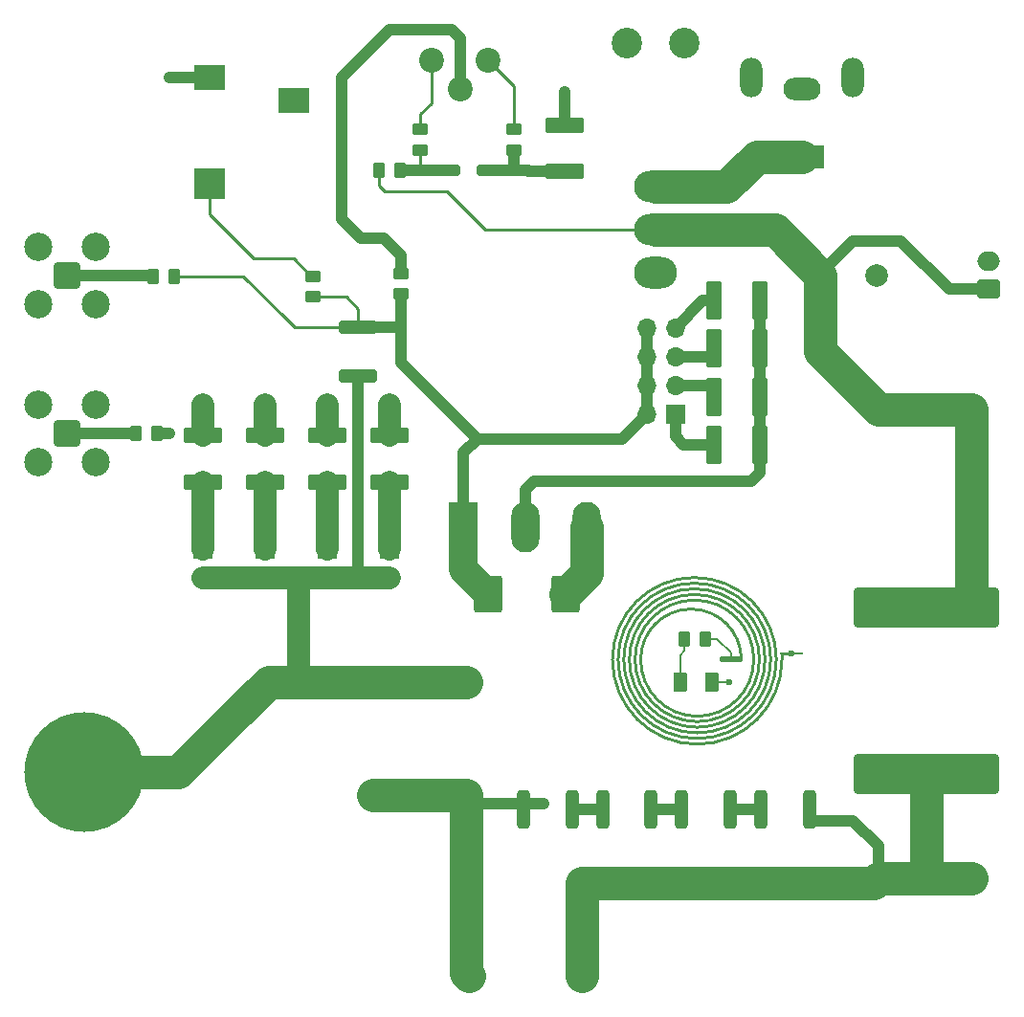
<source format=gtl>
%TF.GenerationSoftware,KiCad,Pcbnew,9.0.0*%
%TF.CreationDate,2025-05-26T15:17:39-04:00*%
%TF.ProjectId,PlasmaTransformer,506c6173-6d61-4547-9261-6e73666f726d,rev?*%
%TF.SameCoordinates,Original*%
%TF.FileFunction,Copper,L1,Top*%
%TF.FilePolarity,Positive*%
%FSLAX46Y46*%
G04 Gerber Fmt 4.6, Leading zero omitted, Abs format (unit mm)*
G04 Created by KiCad (PCBNEW 9.0.0) date 2025-05-26 15:17:39*
%MOMM*%
%LPD*%
G01*
G04 APERTURE LIST*
G04 Aperture macros list*
%AMRoundRect*
0 Rectangle with rounded corners*
0 $1 Rounding radius*
0 $2 $3 $4 $5 $6 $7 $8 $9 X,Y pos of 4 corners*
0 Add a 4 corners polygon primitive as box body*
4,1,4,$2,$3,$4,$5,$6,$7,$8,$9,$2,$3,0*
0 Add four circle primitives for the rounded corners*
1,1,$1+$1,$2,$3*
1,1,$1+$1,$4,$5*
1,1,$1+$1,$6,$7*
1,1,$1+$1,$8,$9*
0 Add four rect primitives between the rounded corners*
20,1,$1+$1,$2,$3,$4,$5,0*
20,1,$1+$1,$4,$5,$6,$7,0*
20,1,$1+$1,$6,$7,$8,$9,0*
20,1,$1+$1,$8,$9,$2,$3,0*%
G04 Aperture macros list end*
%TA.AperFunction,EtchedComponent*%
%ADD10C,0.250000*%
%TD*%
%TA.AperFunction,SMDPad,CuDef*%
%ADD11RoundRect,0.250000X0.375000X0.625000X-0.375000X0.625000X-0.375000X-0.625000X0.375000X-0.625000X0*%
%TD*%
%TA.AperFunction,ComponentPad*%
%ADD12O,3.800000X2.800000*%
%TD*%
%TA.AperFunction,ComponentPad*%
%ADD13C,2.700000*%
%TD*%
%TA.AperFunction,SMDPad,CuDef*%
%ADD14RoundRect,0.249999X-0.450001X-1.450001X0.450001X-1.450001X0.450001X1.450001X-0.450001X1.450001X0*%
%TD*%
%TA.AperFunction,SMDPad,CuDef*%
%ADD15RoundRect,0.250000X0.262500X0.450000X-0.262500X0.450000X-0.262500X-0.450000X0.262500X-0.450000X0*%
%TD*%
%TA.AperFunction,SMDPad,CuDef*%
%ADD16RoundRect,0.249999X1.450001X-0.450001X1.450001X0.450001X-1.450001X0.450001X-1.450001X-0.450001X0*%
%TD*%
%TA.AperFunction,ComponentPad*%
%ADD17R,1.700000X1.700000*%
%TD*%
%TA.AperFunction,ComponentPad*%
%ADD18O,1.700000X1.700000*%
%TD*%
%TA.AperFunction,ComponentPad*%
%ADD19C,2.000000*%
%TD*%
%TA.AperFunction,SMDPad,CuDef*%
%ADD20RoundRect,0.250002X-6.149998X1.499998X-6.149998X-1.499998X6.149998X-1.499998X6.149998X1.499998X0*%
%TD*%
%TA.AperFunction,SMDPad,CuDef*%
%ADD21RoundRect,0.250000X0.312500X1.450000X-0.312500X1.450000X-0.312500X-1.450000X0.312500X-1.450000X0*%
%TD*%
%TA.AperFunction,SMDPad,CuDef*%
%ADD22RoundRect,0.250000X1.000000X-1.400000X1.000000X1.400000X-1.000000X1.400000X-1.000000X-1.400000X0*%
%TD*%
%TA.AperFunction,ComponentPad*%
%ADD23R,4.000000X2.000000*%
%TD*%
%TA.AperFunction,ComponentPad*%
%ADD24O,3.300000X2.000000*%
%TD*%
%TA.AperFunction,ComponentPad*%
%ADD25O,2.000000X3.500000*%
%TD*%
%TA.AperFunction,SMDPad,CuDef*%
%ADD26RoundRect,0.250000X-1.450000X0.312500X-1.450000X-0.312500X1.450000X-0.312500X1.450000X0.312500X0*%
%TD*%
%TA.AperFunction,ComponentPad*%
%ADD27RoundRect,0.200100X0.949900X-0.949900X0.949900X0.949900X-0.949900X0.949900X-0.949900X-0.949900X0*%
%TD*%
%TA.AperFunction,ComponentPad*%
%ADD28C,2.500000*%
%TD*%
%TA.AperFunction,SMDPad,CuDef*%
%ADD29RoundRect,0.250000X-0.262500X-0.450000X0.262500X-0.450000X0.262500X0.450000X-0.262500X0.450000X0*%
%TD*%
%TA.AperFunction,ComponentPad*%
%ADD30R,2.000000X2.000000*%
%TD*%
%TA.AperFunction,SMDPad,CuDef*%
%ADD31RoundRect,0.250000X-0.450000X0.262500X-0.450000X-0.262500X0.450000X-0.262500X0.450000X0.262500X0*%
%TD*%
%TA.AperFunction,ComponentPad*%
%ADD32RoundRect,0.250000X0.750000X-0.600000X0.750000X0.600000X-0.750000X0.600000X-0.750000X-0.600000X0*%
%TD*%
%TA.AperFunction,ComponentPad*%
%ADD33O,2.000000X1.700000*%
%TD*%
%TA.AperFunction,SMDPad,CuDef*%
%ADD34R,2.800000X2.200000*%
%TD*%
%TA.AperFunction,SMDPad,CuDef*%
%ADD35R,2.800000X2.800000*%
%TD*%
%TA.AperFunction,SMDPad,CuDef*%
%ADD36RoundRect,0.250000X-0.250000X-0.250000X0.250000X-0.250000X0.250000X0.250000X-0.250000X0.250000X0*%
%TD*%
%TA.AperFunction,SMDPad,CuDef*%
%ADD37RoundRect,0.250000X0.450000X-0.262500X0.450000X0.262500X-0.450000X0.262500X-0.450000X-0.262500X0*%
%TD*%
%TA.AperFunction,SMDPad,CuDef*%
%ADD38RoundRect,0.062500X-0.937500X-0.062500X0.937500X-0.062500X0.937500X0.062500X-0.937500X0.062500X0*%
%TD*%
%TA.AperFunction,SMDPad,CuDef*%
%ADD39RoundRect,0.075000X-0.925000X-0.175000X0.925000X-0.175000X0.925000X0.175000X-0.925000X0.175000X0*%
%TD*%
%TA.AperFunction,ComponentPad*%
%ADD40C,10.600000*%
%TD*%
%TA.AperFunction,ComponentPad*%
%ADD41C,2.200000*%
%TD*%
%TA.AperFunction,ComponentPad*%
%ADD42R,2.500000X4.500000*%
%TD*%
%TA.AperFunction,ComponentPad*%
%ADD43O,2.500000X4.500000*%
%TD*%
%TA.AperFunction,ViaPad*%
%ADD44C,1.000000*%
%TD*%
%TA.AperFunction,ViaPad*%
%ADD45C,0.600000*%
%TD*%
%TA.AperFunction,Conductor*%
%ADD46C,2.000000*%
%TD*%
%TA.AperFunction,Conductor*%
%ADD47C,1.000000*%
%TD*%
%TA.AperFunction,Conductor*%
%ADD48C,3.000000*%
%TD*%
%TA.AperFunction,Conductor*%
%ADD49C,0.250000*%
%TD*%
%TA.AperFunction,Conductor*%
%ADD50C,2.500000*%
%TD*%
%TA.AperFunction,Conductor*%
%ADD51C,0.200000*%
%TD*%
G04 APERTURE END LIST*
D10*
%TO.C,L1*%
X122725000Y-111500000D02*
X123225000Y-111500000D01*
X122725000Y-112000000D02*
X122725000Y-111500000D01*
X107725000Y-112000000D02*
G75*
G02*
X122225000Y-112000000I7250000J0D01*
G01*
X108225000Y-112000000D02*
G75*
G02*
X121725000Y-112000000I6750000J0D01*
G01*
X108725000Y-112000000D02*
G75*
G02*
X121225000Y-112000000I6250000J0D01*
G01*
X109225000Y-112000000D02*
G75*
G02*
X120725000Y-112000000I5750000J0D01*
G01*
X109725000Y-112000000D02*
G75*
G02*
X120225000Y-112000000I5250000J0D01*
G01*
X110225000Y-112000000D02*
G75*
G02*
X119125000Y-112000000I4450000J10112D01*
G01*
X120225000Y-112000000D02*
G75*
G02*
X110225000Y-112000000I-5000000J-25000D01*
G01*
X120725000Y-112000000D02*
G75*
G02*
X109725000Y-112000000I-5500000J0D01*
G01*
X121225000Y-112000000D02*
G75*
G02*
X109225000Y-112000000I-6000000J0D01*
G01*
X121725000Y-112000000D02*
G75*
G02*
X108725000Y-112000000I-6500000J0D01*
G01*
X122225000Y-112000000D02*
G75*
G02*
X108225000Y-112000000I-7000000J0D01*
G01*
X122725000Y-112000000D02*
G75*
G02*
X107725000Y-112000000I-7500000J0D01*
G01*
%TD*%
D11*
%TO.P,D3,1,K*%
%TO.N,Net-(D3-K)*%
X116500000Y-114000000D03*
%TO.P,D3,2,A*%
%TO.N,Net-(D3-A)*%
X113700000Y-114000000D03*
%TD*%
D12*
%TO.P,SW1,1,A*%
%TO.N,Net-(SW1-A)*%
X111500000Y-70190000D03*
%TO.P,SW1,2,B*%
%TO.N,Net-(J2-Pin_1)*%
X111500000Y-74000000D03*
%TO.P,SW1,3,C*%
%TO.N,unconnected-(SW1-C-Pad3)*%
X111500000Y-77810000D03*
D13*
%TO.P,SW1,M1*%
%TO.N,N/C*%
X114040000Y-57490000D03*
%TO.P,SW1,M2*%
X108960000Y-57490000D03*
%TD*%
D14*
%TO.P,C7,1*%
%TO.N,Net-(J4-Pin_7)*%
X116700000Y-80250000D03*
%TO.P,C7,2*%
%TO.N,Net-(J10-Pin_1)*%
X120800000Y-80250000D03*
%TD*%
D15*
%TO.P,R13,1*%
%TO.N,Net-(L1-Pad2)*%
X115912500Y-110200000D03*
%TO.P,R13,2*%
%TO.N,Net-(D3-A)*%
X114087500Y-110200000D03*
%TD*%
D16*
%TO.P,C4,1*%
%TO.N,Net-(JP2-A)*%
X77000000Y-96275000D03*
%TO.P,C4,2*%
%TO.N,GND*%
X77000000Y-92175000D03*
%TD*%
D17*
%TO.P,JP2,1,A*%
%TO.N,Net-(JP2-A)*%
X77000000Y-102225000D03*
D18*
%TO.P,JP2,2,B*%
%TO.N,Net-(J7-Pin_1)*%
X77000000Y-104765000D03*
%TD*%
D19*
%TO.P,J12,1,Pin_1*%
%TO.N,Net-(J12-Pin_1)*%
X95000000Y-140000000D03*
X95000000Y-131800001D03*
%TD*%
D20*
%TO.P,L2,1,1*%
%TO.N,Net-(J2-Pin_1)*%
X135500000Y-107400000D03*
%TO.P,L2,2,2*%
%TO.N,Net-(J10-Pin_1)*%
X135500000Y-122100000D03*
%TD*%
D21*
%TO.P,R10,1*%
%TO.N,Net-(R1-Pad2)*%
X118137500Y-125250000D03*
%TO.P,R10,2*%
%TO.N,Net-(R10-Pad2)*%
X113862500Y-125250000D03*
%TD*%
D17*
%TO.P,JP4,1,A*%
%TO.N,Net-(JP4-A)*%
X88000000Y-102225000D03*
D18*
%TO.P,JP4,2,B*%
%TO.N,Net-(J7-Pin_1)*%
X88000000Y-104765000D03*
%TD*%
D22*
%TO.P,D2,1,K*%
%TO.N,Net-(D2-K)*%
X96750000Y-106250000D03*
%TO.P,D2,2,A*%
%TO.N,GND*%
X103550000Y-106250000D03*
%TD*%
D23*
%TO.P,J1,1*%
%TO.N,Net-(SW1-A)*%
X124500000Y-67500000D03*
D24*
%TO.P,J1,2*%
%TO.N,GND*%
X124500000Y-61500000D03*
D25*
%TO.P,J1,MP1*%
%TO.N,N/C*%
X120000000Y-60500000D03*
%TO.P,J1,MP2*%
X129000000Y-60500000D03*
%TD*%
D26*
%TO.P,R6,1*%
%TO.N,Net-(D2-K)*%
X85250000Y-82612500D03*
%TO.P,R6,2*%
%TO.N,Net-(J7-Pin_1)*%
X85250000Y-86887500D03*
%TD*%
D27*
%TO.P,J5,1,In*%
%TO.N,Net-(J5-In)*%
X59500000Y-78000000D03*
D28*
%TO.P,J5,2,Ext*%
%TO.N,GND*%
X56960000Y-80540000D03*
X62040000Y-80540000D03*
X56960000Y-75460000D03*
X62040000Y-75460000D03*
%TD*%
D14*
%TO.P,C10,1*%
%TO.N,Net-(J4-Pin_1)*%
X116700000Y-93000000D03*
%TO.P,C10,2*%
%TO.N,Net-(J10-Pin_1)*%
X120800000Y-93000000D03*
%TD*%
D21*
%TO.P,R1,1*%
%TO.N,Net-(J10-Pin_1)*%
X125137500Y-125250000D03*
%TO.P,R1,2*%
%TO.N,Net-(R1-Pad2)*%
X120862500Y-125250000D03*
%TD*%
D29*
%TO.P,R2,1*%
%TO.N,Net-(J2-Pin_1)*%
X87087500Y-68750000D03*
%TO.P,R2,2*%
%TO.N,Net-(D1-K)*%
X88912500Y-68750000D03*
%TD*%
D17*
%TO.P,J4,1,Pin_1*%
%TO.N,Net-(J4-Pin_1)*%
X113275000Y-90300000D03*
D18*
%TO.P,J4,2,Pin_2*%
%TO.N,Net-(D2-K)*%
X110735000Y-90300000D03*
%TO.P,J4,3,Pin_3*%
%TO.N,Net-(J4-Pin_3)*%
X113275000Y-87760000D03*
%TO.P,J4,4,Pin_4*%
%TO.N,Net-(D2-K)*%
X110735000Y-87760000D03*
%TO.P,J4,5,Pin_5*%
%TO.N,Net-(J4-Pin_5)*%
X113275000Y-85220000D03*
%TO.P,J4,6,Pin_6*%
%TO.N,Net-(D2-K)*%
X110735000Y-85220000D03*
%TO.P,J4,7,Pin_7*%
%TO.N,Net-(J4-Pin_7)*%
X113275000Y-82680000D03*
%TO.P,J4,8,Pin_8*%
%TO.N,Net-(D2-K)*%
X110735000Y-82680000D03*
%TD*%
D16*
%TO.P,C11,1*%
%TO.N,GND*%
X103500000Y-68800000D03*
%TO.P,C11,2*%
%TO.N,Net-(C11-Pad2)*%
X103500000Y-64700000D03*
%TD*%
%TO.P,C3,1*%
%TO.N,Net-(JP1-A)*%
X71500000Y-96275000D03*
%TO.P,C3,2*%
%TO.N,GND*%
X71500000Y-92175000D03*
%TD*%
D30*
%TO.P,C2,1*%
%TO.N,Net-(J2-Pin_1)*%
X126132323Y-78000000D03*
D19*
%TO.P,C2,2*%
%TO.N,GND*%
X131132323Y-78000000D03*
%TD*%
D31*
%TO.P,R4,1*%
%TO.N,Net-(R4-Pad1)*%
X99000000Y-65087500D03*
%TO.P,R4,2*%
%TO.N,GND*%
X99000000Y-66912500D03*
%TD*%
D19*
%TO.P,J11,1,Pin_1*%
%TO.N,Net-(J10-Pin_1)*%
X105000000Y-140000000D03*
X105000000Y-131800001D03*
%TD*%
D32*
%TO.P,J2,1,Pin_1*%
%TO.N,Net-(J2-Pin_1)*%
X140975000Y-79250000D03*
D33*
%TO.P,J2,2,Pin_2*%
%TO.N,GND*%
X140975000Y-76750000D03*
%TD*%
D16*
%TO.P,C6,1*%
%TO.N,Net-(JP4-A)*%
X88000000Y-96275000D03*
%TO.P,C6,2*%
%TO.N,GND*%
X88000000Y-92175000D03*
%TD*%
D19*
%TO.P,J9,1,Pin_1*%
%TO.N,Net-(J2-Pin_1)*%
X139450000Y-89866600D03*
X131250001Y-89866600D03*
%TD*%
D34*
%TO.P,J8,R*%
%TO.N,unconnected-(J8-PadR)*%
X79500000Y-62500000D03*
%TO.P,J8,S*%
%TO.N,GND*%
X72100000Y-60500000D03*
D35*
%TO.P,J8,T*%
%TO.N,Net-(J8-PadT)*%
X72100000Y-69900000D03*
%TD*%
D36*
%TO.P,D1,1,K*%
%TO.N,Net-(D1-K)*%
X93750000Y-68750000D03*
%TO.P,D1,2,A*%
%TO.N,GND*%
X96250000Y-68750000D03*
%TD*%
D37*
%TO.P,R3,1*%
%TO.N,Net-(D1-K)*%
X90750000Y-66912500D03*
%TO.P,R3,2*%
%TO.N,Net-(R3-Pad2)*%
X90750000Y-65087500D03*
%TD*%
D19*
%TO.P,J7,1,Pin_1*%
%TO.N,Net-(J7-Pin_1)*%
X86550001Y-114000000D03*
X94750000Y-114000000D03*
%TD*%
D21*
%TO.P,R11,1*%
%TO.N,Net-(R10-Pad2)*%
X111137500Y-125250000D03*
%TO.P,R11,2*%
%TO.N,Net-(R11-Pad2)*%
X106862500Y-125250000D03*
%TD*%
D38*
%TO.P,L1,1,1*%
%TO.N,Net-(D3-K)*%
X123575000Y-111500000D03*
D39*
%TO.P,L1,2,2*%
%TO.N,Net-(L1-Pad2)*%
X118225000Y-112000000D03*
%TD*%
D17*
%TO.P,JP1,1,A*%
%TO.N,Net-(JP1-A)*%
X71500000Y-102225000D03*
D18*
%TO.P,JP1,2,B*%
%TO.N,Net-(J7-Pin_1)*%
X71500000Y-104765000D03*
%TD*%
D21*
%TO.P,R12,1*%
%TO.N,Net-(R11-Pad2)*%
X104137500Y-125250000D03*
%TO.P,R12,2*%
%TO.N,Net-(J12-Pin_1)*%
X99862500Y-125250000D03*
%TD*%
D14*
%TO.P,C9,1*%
%TO.N,Net-(J4-Pin_3)*%
X116700000Y-88750000D03*
%TO.P,C9,2*%
%TO.N,Net-(J10-Pin_1)*%
X120800000Y-88750000D03*
%TD*%
D40*
%TO.P,H1,1,1*%
%TO.N,Net-(J7-Pin_1)*%
X61000000Y-122000000D03*
%TD*%
D31*
%TO.P,R9,1*%
%TO.N,Net-(J8-PadT)*%
X81250000Y-78087500D03*
%TO.P,R9,2*%
%TO.N,Net-(D2-K)*%
X81250000Y-79912500D03*
%TD*%
D41*
%TO.P,RV1,1,1*%
%TO.N,Net-(R3-Pad2)*%
X91750000Y-59000000D03*
%TO.P,RV1,2,2*%
%TO.N,Net-(C11-Pad2)*%
X94250000Y-61500000D03*
%TO.P,RV1,3,3*%
%TO.N,Net-(R4-Pad1)*%
X96750000Y-59000000D03*
%TD*%
D14*
%TO.P,C8,1*%
%TO.N,Net-(J4-Pin_5)*%
X116700000Y-84500000D03*
%TO.P,C8,2*%
%TO.N,Net-(J10-Pin_1)*%
X120800000Y-84500000D03*
%TD*%
D17*
%TO.P,JP3,1,A*%
%TO.N,Net-(JP3-A)*%
X82500000Y-102225000D03*
D18*
%TO.P,JP3,2,B*%
%TO.N,Net-(J7-Pin_1)*%
X82500000Y-104765000D03*
%TD*%
D31*
%TO.P,R5,1*%
%TO.N,Net-(C11-Pad2)*%
X89000000Y-77837500D03*
%TO.P,R5,2*%
%TO.N,Net-(D2-K)*%
X89000000Y-79662500D03*
%TD*%
D16*
%TO.P,C5,1*%
%TO.N,Net-(JP3-A)*%
X82500000Y-96275000D03*
%TO.P,C5,2*%
%TO.N,GND*%
X82500000Y-92175000D03*
%TD*%
D15*
%TO.P,R8,1*%
%TO.N,Net-(D2-K)*%
X68912500Y-78080000D03*
%TO.P,R8,2*%
%TO.N,Net-(J5-In)*%
X67087500Y-78080000D03*
%TD*%
D42*
%TO.P,Q1,1,G*%
%TO.N,Net-(D2-K)*%
X94550000Y-100290000D03*
D43*
%TO.P,Q1,2,D*%
%TO.N,Net-(J10-Pin_1)*%
X100000000Y-100290000D03*
%TO.P,Q1,3,S*%
%TO.N,GND*%
X105450000Y-100290000D03*
%TD*%
D15*
%TO.P,R7,1*%
%TO.N,Net-(J10-Pin_1)*%
X67412500Y-92000000D03*
%TO.P,R7,2*%
%TO.N,Net-(J3-In)*%
X65587500Y-92000000D03*
%TD*%
D19*
%TO.P,J10,1,Pin_1*%
%TO.N,Net-(J10-Pin_1)*%
X139450000Y-131366600D03*
X131250001Y-131366600D03*
%TD*%
%TO.P,J6,1,Pin_1*%
%TO.N,Net-(J12-Pin_1)*%
X86550001Y-124000000D03*
X94750000Y-124000000D03*
%TD*%
D27*
%TO.P,J3,1,In*%
%TO.N,Net-(J3-In)*%
X59500000Y-92000000D03*
D28*
%TO.P,J3,2,Ext*%
%TO.N,GND*%
X56960000Y-94540000D03*
X62040000Y-94540000D03*
X56960000Y-89460000D03*
X62040000Y-89460000D03*
%TD*%
D44*
%TO.N,GND*%
X68500000Y-60500000D03*
X88000000Y-89500000D03*
X77000000Y-89500000D03*
X100250000Y-68750000D03*
X71500000Y-89500000D03*
X82500000Y-89500000D03*
%TO.N,Net-(J10-Pin_1)*%
X68500000Y-92000000D03*
D45*
%TO.N,Net-(D3-K)*%
X118100000Y-114000000D03*
X123575000Y-111500000D03*
D44*
%TO.N,Net-(C11-Pad2)*%
X103500000Y-61750000D03*
%TD*%
D46*
%TO.N,GND*%
X77000000Y-92175000D02*
X77000000Y-89500000D01*
X71500000Y-92175000D02*
X71500000Y-89500000D01*
D47*
X99000000Y-68750000D02*
X100250000Y-68750000D01*
X100300000Y-68800000D02*
X100250000Y-68750000D01*
X96250000Y-68750000D02*
X99000000Y-68750000D01*
D46*
X88000000Y-92175000D02*
X88000000Y-89500000D01*
D48*
X105450000Y-104350000D02*
X103550000Y-106250000D01*
D47*
X72100000Y-60500000D02*
X68500000Y-60500000D01*
X103500000Y-68800000D02*
X100300000Y-68800000D01*
X99000000Y-66912500D02*
X99000000Y-68750000D01*
D48*
X105450000Y-100290000D02*
X105450000Y-104350000D01*
D46*
X82500000Y-92175000D02*
X82500000Y-89500000D01*
D48*
%TO.N,Net-(J2-Pin_1)*%
X111500000Y-74000000D02*
X122132323Y-74000000D01*
D47*
X133250000Y-75000000D02*
X137500000Y-79250000D01*
D49*
X93087500Y-70587500D02*
X96500000Y-74000000D01*
D48*
X139450000Y-89866600D02*
X139450000Y-107200000D01*
D47*
X129000000Y-75000000D02*
X133250000Y-75000000D01*
X137500000Y-79250000D02*
X140975000Y-79250000D01*
D48*
X139450000Y-107200000D02*
X139500000Y-107250000D01*
D49*
X87087500Y-70087500D02*
X87587500Y-70587500D01*
X96500000Y-74000000D02*
X111500000Y-74000000D01*
D48*
X126132323Y-84748922D02*
X131250001Y-89866600D01*
X126132323Y-78000000D02*
X126132323Y-84748922D01*
D47*
X126132323Y-78000000D02*
X126132323Y-77867677D01*
D48*
X122132323Y-74000000D02*
X126132323Y-78000000D01*
D49*
X87587500Y-70587500D02*
X93087500Y-70587500D01*
D47*
X126132323Y-77867677D02*
X129000000Y-75000000D01*
D48*
X139450000Y-89866600D02*
X131250001Y-89866600D01*
D49*
X87087500Y-68750000D02*
X87087500Y-70087500D01*
D46*
%TO.N,Net-(JP1-A)*%
X71500000Y-96275000D02*
X71500000Y-102225000D01*
%TO.N,Net-(JP2-A)*%
X77000000Y-96275000D02*
X77000000Y-102225000D01*
%TO.N,Net-(JP3-A)*%
X82500000Y-102225000D02*
X82500000Y-96275000D01*
%TO.N,Net-(JP4-A)*%
X88000000Y-96275000D02*
X88000000Y-102225000D01*
D47*
%TO.N,Net-(D1-K)*%
X90750000Y-68750000D02*
X88912500Y-68750000D01*
D49*
X90750000Y-66912500D02*
X90750000Y-68750000D01*
D47*
X93750000Y-68750000D02*
X90750000Y-68750000D01*
%TO.N,Net-(R1-Pad2)*%
X118137500Y-125250000D02*
X120862500Y-125250000D01*
%TO.N,Net-(J3-In)*%
X65587500Y-92000000D02*
X59500000Y-92000000D01*
%TO.N,Net-(J5-In)*%
X67007500Y-78000000D02*
X59500000Y-78000000D01*
X67087500Y-78080000D02*
X67007500Y-78000000D01*
D48*
%TO.N,Net-(J7-Pin_1)*%
X77300000Y-114000000D02*
X86550001Y-114000000D01*
D49*
X85100000Y-104665000D02*
X85000000Y-104765000D01*
D47*
X85250000Y-104515000D02*
X85000000Y-104765000D01*
D46*
X80000000Y-114400000D02*
X79900000Y-114500000D01*
X85000000Y-104765000D02*
X88000000Y-104765000D01*
X80000000Y-104765000D02*
X85000000Y-104765000D01*
D48*
X69300000Y-122000000D02*
X73900000Y-117400000D01*
D46*
X71500000Y-104765000D02*
X80000000Y-104765000D01*
D48*
X86550001Y-114000000D02*
X94750000Y-114000000D01*
D50*
X63500000Y-124500000D02*
X61000000Y-122000000D01*
D48*
X61000000Y-122000000D02*
X69300000Y-122000000D01*
X73900000Y-117400000D02*
X77300000Y-114000000D01*
D47*
X85250000Y-86887500D02*
X85250000Y-104515000D01*
D46*
X80000000Y-104765000D02*
X80000000Y-114400000D01*
D48*
X73900000Y-117400000D02*
X76800000Y-114500000D01*
D49*
%TO.N,Net-(R3-Pad2)*%
X91750000Y-59000000D02*
X91750000Y-62750000D01*
X91750000Y-62750000D02*
X90750000Y-63750000D01*
X90750000Y-63750000D02*
X90750000Y-65087500D01*
%TO.N,Net-(R4-Pad1)*%
X96750000Y-59000000D02*
X99000000Y-61250000D01*
X99000000Y-61250000D02*
X99000000Y-65087500D01*
%TO.N,Net-(J8-PadT)*%
X81000000Y-78000000D02*
X79500000Y-76500000D01*
X72100000Y-72600000D02*
X76000000Y-76500000D01*
X76000000Y-76500000D02*
X79500000Y-76500000D01*
X72100000Y-69900000D02*
X72100000Y-72600000D01*
D48*
%TO.N,Net-(SW1-A)*%
X120500000Y-67500000D02*
X124500000Y-67500000D01*
X111500000Y-70190000D02*
X117810000Y-70190000D01*
X117810000Y-70190000D02*
X120500000Y-67500000D01*
%TO.N,Net-(J10-Pin_1)*%
X105000000Y-140000000D02*
X105000000Y-131800001D01*
D47*
X131250001Y-128500001D02*
X129000000Y-126250000D01*
X129000000Y-126250000D02*
X125137500Y-126250000D01*
X120800000Y-80250000D02*
X120800000Y-95450000D01*
X100000000Y-97000000D02*
X100000000Y-100290000D01*
D48*
X130816600Y-131800001D02*
X131250001Y-131366600D01*
D47*
X125137500Y-126250000D02*
X125137500Y-125250000D01*
X67412500Y-92000000D02*
X68500000Y-92000000D01*
X120000000Y-96250000D02*
X100750000Y-96250000D01*
D48*
X105000000Y-131800001D02*
X130816600Y-131800001D01*
D47*
X131250001Y-131366600D02*
X131250001Y-128500001D01*
X131000000Y-131116599D02*
X131250001Y-131366600D01*
D48*
X135250000Y-131366600D02*
X135500000Y-131116600D01*
D47*
X100750000Y-96250000D02*
X100000000Y-97000000D01*
D48*
X135250000Y-131366600D02*
X131250001Y-131366600D01*
X135500000Y-131116600D02*
X135500000Y-123100000D01*
D47*
X120800000Y-95450000D02*
X120000000Y-96250000D01*
D48*
X139450000Y-131366600D02*
X135250000Y-131366600D01*
%TO.N,Net-(J12-Pin_1)*%
X86550001Y-124000000D02*
X94750000Y-124000000D01*
X94750000Y-139750000D02*
X95000000Y-140000000D01*
X94750000Y-124000000D02*
X94750000Y-139750000D01*
D47*
X95000000Y-124750000D02*
X101612500Y-124750000D01*
%TO.N,Net-(R10-Pad2)*%
X111137500Y-125250000D02*
X113862500Y-125250000D01*
%TO.N,Net-(R11-Pad2)*%
X104137500Y-125250000D02*
X106862500Y-125250000D01*
D51*
%TO.N,Net-(D3-A)*%
X113700000Y-111600000D02*
X113700000Y-114000000D01*
X114087500Y-111212500D02*
X113700000Y-111600000D01*
X114087500Y-110200000D02*
X114087500Y-111212500D01*
%TO.N,Net-(D3-K)*%
X116500000Y-114000000D02*
X118100000Y-114000000D01*
%TO.N,Net-(L1-Pad2)*%
X117000000Y-110200000D02*
X118225000Y-111425000D01*
X118225000Y-111425000D02*
X118225000Y-112000000D01*
X115912500Y-110200000D02*
X117000000Y-110200000D01*
D47*
%TO.N,Net-(J4-Pin_7)*%
X115705000Y-80250000D02*
X116700000Y-80250000D01*
X113275000Y-82680000D02*
X115705000Y-80250000D01*
%TO.N,Net-(J4-Pin_5)*%
X113275000Y-85220000D02*
X115980000Y-85220000D01*
%TO.N,Net-(J4-Pin_3)*%
X116700000Y-87800000D02*
X116740000Y-87760000D01*
X116740000Y-87760000D02*
X113275000Y-87760000D01*
X116700000Y-88750000D02*
X116700000Y-87800000D01*
%TO.N,Net-(J4-Pin_1)*%
X116700000Y-93000000D02*
X114000000Y-93000000D01*
X113275000Y-92275000D02*
X113275000Y-90300000D01*
X114000000Y-93000000D02*
X113275000Y-92275000D01*
%TO.N,Net-(D2-K)*%
X89000000Y-82612500D02*
X89000000Y-85750000D01*
X95750000Y-92500000D02*
X94550000Y-93700000D01*
X85250000Y-82612500D02*
X89000000Y-82612500D01*
D49*
X81250000Y-79912500D02*
X84162500Y-79912500D01*
X85250000Y-81000000D02*
X85250000Y-82612500D01*
D47*
X89000000Y-85750000D02*
X95750000Y-92500000D01*
D49*
X79612500Y-82612500D02*
X85250000Y-82612500D01*
D47*
X108535000Y-92500000D02*
X97500000Y-92500000D01*
D49*
X84162500Y-79912500D02*
X85250000Y-81000000D01*
X78875000Y-81875000D02*
X79612500Y-82612500D01*
D47*
X94550000Y-93700000D02*
X94550000Y-100290000D01*
X89000000Y-79662500D02*
X89000000Y-82612500D01*
D49*
X75080000Y-78080000D02*
X78875000Y-81875000D01*
D50*
X94550000Y-104050000D02*
X96750000Y-106250000D01*
D49*
X68912500Y-78080000D02*
X75080000Y-78080000D01*
D47*
X97500000Y-92500000D02*
X95750000Y-92500000D01*
X110735000Y-90300000D02*
X108535000Y-92500000D01*
D50*
X94550000Y-100290000D02*
X94550000Y-104050000D01*
D47*
X110735000Y-82680000D02*
X110735000Y-90300000D01*
D49*
X78875000Y-81875000D02*
X79325000Y-82325000D01*
D47*
%TO.N,Net-(C11-Pad2)*%
X88000000Y-56250000D02*
X83750000Y-60500000D01*
X85500000Y-74750000D02*
X87500000Y-74750000D01*
X103500000Y-64700000D02*
X103500000Y-61750000D01*
X94250000Y-61500000D02*
X94250000Y-57000000D01*
X83750000Y-60500000D02*
X83750000Y-73000000D01*
X93500000Y-56250000D02*
X88000000Y-56250000D01*
X83750000Y-73000000D02*
X85500000Y-74750000D01*
X87500000Y-74750000D02*
X89000000Y-76250000D01*
X89000000Y-76250000D02*
X89000000Y-77837500D01*
X94250000Y-57000000D02*
X93500000Y-56250000D01*
%TD*%
M02*

</source>
